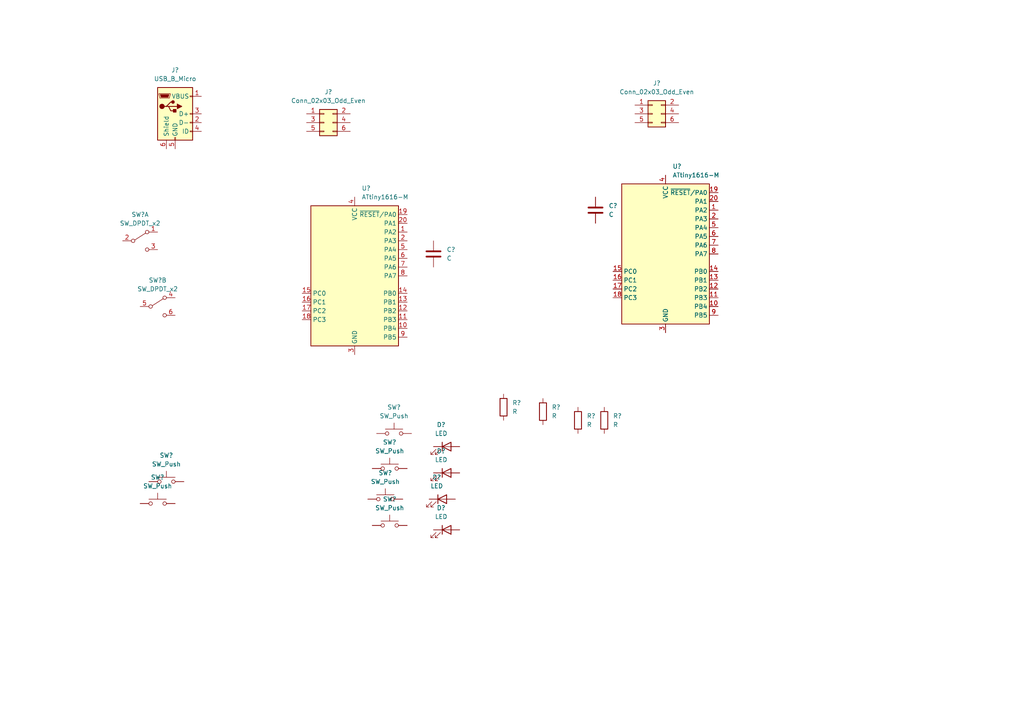
<source format=kicad_sch>
(kicad_sch (version 20211123) (generator eeschema)
  (paper "A4")
  (lib_symbols
    (symbol "Connector:USB_B_Micro" (pin_names (offset 1.016))
      (property "Reference" "J" (at -5.08 11.43 0))
      (property "Value" "USB_B_Micro" (at -5.08 8.89 0))
      (symbol "USB_B_Micro_0_1"
        (rectangle (start -5.08 -7.62) (end 5.08 7.62) (stroke (width 0.254)) (fill (type background)))
        (circle (center -3.81 2.159) (radius 0.635) (stroke (width 0.254)) (fill (type outline)))
        (circle (center -0.635 3.429) (radius 0.381) (stroke (width 0.254)) (fill (type outline)))
        (rectangle (start -0.127 -7.62) (end 0.127 -6.858))
        (polyline (pts (xy -1.905 2.159) (xy 0.635 2.159)) (stroke (width 0.254)))
        (polyline (pts (xy -3.175 2.159) (xy -2.54 2.159) (xy -1.27 3.429) (xy -0.635 3.429)) (stroke (width 0.254)))
        (polyline (pts (xy -2.54 2.159) (xy -1.905 2.159) (xy -1.27 0.889) (xy 0 0.889)) (stroke (width 0.254)))
        (polyline (pts (xy 0.635 2.794) (xy 0.635 1.524) (xy 1.905 2.159) (xy 0.635 2.794)) (stroke (width 0.254)) (fill (type outline)))
        (polyline (pts (xy -4.318 5.588) (xy -1.778 5.588) (xy -2.032 4.826) (xy -4.064 4.826) (xy -4.318 5.588)) (fill (type outline)))
        (polyline (pts (xy -4.699 5.842) (xy -4.699 5.588) (xy -4.445 4.826) (xy -4.445 4.572) (xy -1.651 4.572) (xy -1.651 4.826) (xy -1.397 5.588) (xy -1.397 5.842) (xy -4.699 5.842)))
        (rectangle (start 0.254 1.27) (end -0.508 0.508) (stroke (width 0.254)) (fill (type outline)))
        (rectangle (start 5.08 -5.207) (end 4.318 -4.953))
        (rectangle (start 5.08 -2.667) (end 4.318 -2.413))
        (rectangle (start 5.08 -0.127) (end 4.318 0.127))
        (rectangle (start 5.08 4.953) (end 4.318 5.207))
      )
      (symbol "USB_B_Micro_1_1"
        (pin power_out line (at 7.62 5.08 180) (length 2.54) (name "VBUS") (number "1"))
        (pin bidirectional line (at 7.62 -2.54 180) (length 2.54) (name "D-") (number "2"))
        (pin bidirectional line (at 7.62 0 180) (length 2.54) (name "D+") (number "3"))
        (pin passive line (at 7.62 -5.08 180) (length 2.54) (name "ID") (number "4"))
        (pin power_out line (at 0 -10.16 90) (length 2.54) (name "GND") (number "5"))
        (pin passive line (at -2.54 -10.16 90) (length 2.54) (name "Shield") (number "6"))
      )
    )
    (symbol "Connector_Generic:Conn_02x03_Odd_Even" (pin_names (offset 1.016) hide)
      (property "Reference" "J" (at 1.27 5.08 0))
      (property "Value" "Conn_02x03_Odd_Even" (at 1.27 -5.08 0))
      (symbol "Conn_02x03_Odd_Even_1_1"
        (rectangle (start -1.27 -2.413) (end 0 -2.667) (stroke (width 0.1524)))
        (rectangle (start -1.27 0.127) (end 0 -0.127) (stroke (width 0.1524)))
        (rectangle (start -1.27 2.667) (end 0 2.413) (stroke (width 0.1524)))
        (rectangle (start -1.27 3.81) (end 3.81 -3.81) (stroke (width 0.254)) (fill (type background)))
        (rectangle (start 3.81 -2.413) (end 2.54 -2.667) (stroke (width 0.1524)))
        (rectangle (start 3.81 0.127) (end 2.54 -0.127) (stroke (width 0.1524)))
        (rectangle (start 3.81 2.667) (end 2.54 2.413) (stroke (width 0.1524)))
        (pin passive line (at -5.08 2.54 0) (length 3.81) (name "Pin_1") (number "1"))
        (pin passive line (at 7.62 2.54 180) (length 3.81) (name "Pin_2") (number "2"))
        (pin passive line (at -5.08 0 0) (length 3.81) (name "Pin_3") (number "3"))
        (pin passive line (at 7.62 0 180) (length 3.81) (name "Pin_4") (number "4"))
        (pin passive line (at -5.08 -2.54 0) (length 3.81) (name "Pin_5") (number "5"))
        (pin passive line (at 7.62 -2.54 180) (length 3.81) (name "Pin_6") (number "6"))
      )
    )
    (symbol "Device:C" (pin_numbers hide) (pin_names (offset 0.254))
      (property "Reference" "C" (at 0.635 2.54 0))
      (property "Value" "C" (at 0.635 -2.54 0))
      (symbol "C_0_1"
        (polyline (pts (xy -2.032 -0.762) (xy 2.032 -0.762)) (stroke (width 0.508)))
        (polyline (pts (xy -2.032 0.762) (xy 2.032 0.762)) (stroke (width 0.508)))
      )
      (symbol "C_1_1"
        (pin passive line (at 0 3.81 270) (length 2.794) (name "~") (number "1"))
        (pin passive line (at 0 -3.81 90) (length 2.794) (name "~") (number "2"))
      )
    )
    (symbol "Device:LED" (pin_numbers hide) (pin_names (offset 1.016) hide)
      (property "Reference" "D" (at 0 2.54 0))
      (property "Value" "LED" (at 0 -2.54 0))
      (symbol "LED_0_1"
        (polyline (pts (xy -1.27 -1.27) (xy -1.27 1.27)) (stroke (width 0.254)))
        (polyline (pts (xy -1.27 0) (xy 1.27 0)))
        (polyline (pts (xy 1.27 -1.27) (xy 1.27 1.27) (xy -1.27 0) (xy 1.27 -1.27)) (stroke (width 0.254)))
        (polyline (pts (xy -3.048 -0.762) (xy -4.572 -2.286) (xy -3.81 -2.286) (xy -4.572 -2.286) (xy -4.572 -1.524)))
        (polyline (pts (xy -1.778 -0.762) (xy -3.302 -2.286) (xy -2.54 -2.286) (xy -3.302 -2.286) (xy -3.302 -1.524)))
      )
      (symbol "LED_1_1"
        (pin passive line (at -3.81 0 0) (length 2.54) (name "K") (number "1"))
        (pin passive line (at 3.81 0 180) (length 2.54) (name "A") (number "2"))
      )
    )
    (symbol "Device:R" (pin_numbers hide) (pin_names (offset 0))
      (property "Reference" "R" (at 2.032 0 90))
      (property "Value" "R" (at 0 0 90))
      (symbol "R_0_1"
        (rectangle (start -1.016 -2.54) (end 1.016 2.54) (stroke (width 0.254)))
      )
      (symbol "R_1_1"
        (pin passive line (at 0 3.81 270) (length 1.27) (name "~") (number "1"))
        (pin passive line (at 0 -3.81 90) (length 1.27) (name "~") (number "2"))
      )
    )
    (symbol "MCU_Microchip_ATtiny:ATtiny1616-M"
      (property "Reference" "U" (at -12.7 21.59 0))
      (property "Value" "ATtiny1616-M" (at 2.54 -21.59 0))
      (symbol "ATtiny1616-M_0_1"
        (rectangle (start -12.7 -20.32) (end 12.7 20.32) (stroke (width 0.254)) (fill (type background)))
      )
      (symbol "ATtiny1616-M_1_1"
        (pin bidirectional line (at 15.24 12.7 180) (length 2.54) (name "PA2") (number "1"))
        (pin bidirectional line (at 15.24 -15.24 180) (length 2.54) (name "PB4") (number "10"))
        (pin bidirectional line (at 15.24 -12.7 180) (length 2.54) (name "PB3") (number "11"))
        (pin bidirectional line (at 15.24 -10.16 180) (length 2.54) (name "PB2") (number "12"))
        (pin bidirectional line (at 15.24 -7.62 180) (length 2.54) (name "PB1") (number "13"))
        (pin bidirectional line (at 15.24 -5.08 180) (length 2.54) (name "PB0") (number "14"))
        (pin bidirectional line (at -15.24 -5.08 0) (length 2.54) (name "PC0") (number "15"))
        (pin bidirectional line (at -15.24 -7.62 0) (length 2.54) (name "PC1") (number "16"))
        (pin bidirectional line (at -15.24 -10.16 0) (length 2.54) (name "PC2") (number "17"))
        (pin bidirectional line (at -15.24 -12.7 0) (length 2.54) (name "PC3") (number "18"))
        (pin bidirectional line (at 15.24 17.78 180) (length 2.54) (name "~{RESET}/PA0") (number "19"))
        (pin bidirectional line (at 15.24 10.16 180) (length 2.54) (name "PA3") (number "2"))
        (pin bidirectional line (at 15.24 15.24 180) (length 2.54) (name "PA1") (number "20"))
        (pin passive line (at 0 -22.86 90) (length 2.54) hide (name "GND") (number "21"))
        (pin power_in line (at 0 -22.86 90) (length 2.54) (name "GND") (number "3"))
        (pin power_in line (at 0 22.86 270) (length 2.54) (name "VCC") (number "4"))
        (pin bidirectional line (at 15.24 7.62 180) (length 2.54) (name "PA4") (number "5"))
        (pin bidirectional line (at 15.24 5.08 180) (length 2.54) (name "PA5") (number "6"))
        (pin bidirectional line (at 15.24 2.54 180) (length 2.54) (name "PA6") (number "7"))
        (pin bidirectional line (at 15.24 0 180) (length 2.54) (name "PA7") (number "8"))
        (pin bidirectional line (at 15.24 -17.78 180) (length 2.54) (name "PB5") (number "9"))
      )
    )
    (symbol "Switch:SW_DPDT_x2" (pin_names (offset 0) hide)
      (property "Reference" "SW" (at 0 4.318 0))
      (property "Value" "SW_DPDT_x2" (at 0 -5.08 0))
      (symbol "SW_DPDT_x2_0_0"
        (circle (center -2.032 0) (radius 0.508))
        (circle (center 2.032 -2.54) (radius 0.508))
      )
      (symbol "SW_DPDT_x2_0_1"
        (polyline (pts (xy -1.524 0.254) (xy 1.651 2.286)))
        (circle (center 2.032 2.54) (radius 0.508))
      )
      (symbol "SW_DPDT_x2_1_1"
        (pin passive line (at 5.08 2.54 180) (length 2.54) (name "A") (number "1"))
        (pin passive line (at -5.08 0 0) (length 2.54) (name "B") (number "2"))
        (pin passive line (at 5.08 -2.54 180) (length 2.54) (name "C") (number "3"))
      )
      (symbol "SW_DPDT_x2_2_1"
        (pin passive line (at 5.08 2.54 180) (length 2.54) (name "A") (number "4"))
        (pin passive line (at -5.08 0 0) (length 2.54) (name "B") (number "5"))
        (pin passive line (at 5.08 -2.54 180) (length 2.54) (name "C") (number "6"))
      )
    )
    (symbol "Switch:SW_Push" (pin_numbers hide) (pin_names (offset 1.016) hide)
      (property "Reference" "SW" (at 1.27 2.54 0))
      (property "Value" "SW_Push" (at 0 -1.524 0))
      (symbol "SW_Push_0_1"
        (circle (center -2.032 0) (radius 0.508))
        (polyline (pts (xy 0 1.27) (xy 0 3.048)))
        (polyline (pts (xy 2.54 1.27) (xy -2.54 1.27)))
        (circle (center 2.032 0) (radius 0.508))
        (pin passive line (at -5.08 0 0) (length 2.54) (name "1") (number "1"))
        (pin passive line (at 5.08 0 180) (length 2.54) (name "2") (number "2"))
      )
    )
  )
  (symbol (lib_id "Device:C") (at 125.73 73.66 0) (unit 1)
    (property "Reference" "C?" (at 129.54 72.3899 0) (effects (justify left)))
    (property "Value" "C" (at 129.54 74.9299 0) (effects (justify left)))
  )
  (symbol (lib_id "Device:C") (at 172.72 60.96 0) (unit 1)
    (property "Reference" "C?" (at 176.53 59.6899 0) (effects (justify left)))
    (property "Value" "C" (at 176.53 62.2299 0) (effects (justify left)))
  )
  (symbol (lib_id "Switch:SW_Push") (at 113.03 135.89 0) (unit 1)
    (property "Reference" "SW?" (at 113.03 128.27 0))
    (property "Value" "SW_Push" (at 113.03 130.81 0))
  )
  (symbol (lib_id "Connector_Generic:Conn_02x03_Odd_Even") (at 189.23 33.02 0) (unit 1)
    (property "Reference" "J?" (at 190.5 24.13 0))
    (property "Value" "Conn_02x03_Odd_Even" (at 190.5 26.67 0))
  )
  (symbol (lib_id "Switch:SW_Push") (at 111.76 144.78 0) (unit 1)
    (property "Reference" "SW?" (at 111.76 137.16 0))
    (property "Value" "SW_Push" (at 111.76 139.7 0))
  )
  (symbol (lib_id "MCU_Microchip_ATtiny:ATtiny1616-M") (at 102.87 80.01 0) (unit 1)
    (property "Reference" "U?" (at 104.8894 54.61 0) (effects (justify left)))
    (property "Value" "ATtiny1616-M" (at 104.8894 57.15 0) (effects (justify left)))
    (property "Footprint" "Package_DFN_QFN:VQFN-20-1EP_3x3mm_P0.4mm_EP1.7x1.7mm" (effects hide))
    (property "Datasheet" "http://ww1.microchip.com/downloads/en/DeviceDoc/ATtiny3216_ATtiny1616-data-sheet-40001997B.pdf" (effects hide))
  )
  (symbol (lib_id "Switch:SW_Push") (at 45.72 146.05 0) (unit 1)
    (property "Reference" "SW?" (at 45.72 138.43 0))
    (property "Value" "SW_Push" (at 45.72 140.97 0))
  )
  (symbol (lib_id "Switch:SW_Push") (at 113.03 152.4 0) (unit 1)
    (property "Reference" "SW?" (at 113.03 144.78 0))
    (property "Value" "SW_Push" (at 113.03 147.32 0))
  )
  (symbol (lib_id "Device:LED") (at 128.27 144.78 0) (unit 1)
    (property "Reference" "D?" (at 126.6825 138.43 0))
    (property "Value" "LED" (at 126.6825 140.97 0))
  )
  (symbol (lib_id "Device:LED") (at 129.54 129.54 0) (unit 1)
    (property "Reference" "D?" (at 127.9525 123.19 0))
    (property "Value" "LED" (at 127.9525 125.73 0))
  )
  (symbol (lib_id "Device:R") (at 157.48 119.38 0) (unit 1)
    (property "Reference" "R?" (at 160.02 118.1099 0) (effects (justify left)))
    (property "Value" "R" (at 160.02 120.6499 0) (effects (justify left)))
  )
  (symbol (lib_id "Connector_Generic:Conn_02x03_Odd_Even") (at 93.98 35.56 0) (unit 1)
    (property "Reference" "J?" (at 95.25 26.67 0))
    (property "Value" "Conn_02x03_Odd_Even" (at 95.25 29.21 0))
  )
  (symbol (lib_id "Device:R") (at 146.05 118.11 0) (unit 1)
    (property "Reference" "R?" (at 148.59 116.8399 0) (effects (justify left)))
    (property "Value" "R" (at 148.59 119.3799 0) (effects (justify left)))
  )
  (symbol (lib_id "Device:R") (at 175.26 121.92 0) (unit 1)
    (property "Reference" "R?" (at 177.8 120.6499 0) (effects (justify left)))
    (property "Value" "R" (at 177.8 123.1899 0) (effects (justify left)))
  )
  (symbol (lib_id "Device:R") (at 167.64 121.92 0) (unit 1)
    (property "Reference" "R?" (at 170.18 120.6499 0) (effects (justify left)))
    (property "Value" "R" (at 170.18 123.1899 0) (effects (justify left)))
  )
  (symbol (lib_id "Switch:SW_Push") (at 114.3 125.73 0) (unit 1)
    (property "Reference" "SW?" (at 114.3 118.11 0))
    (property "Value" "SW_Push" (at 114.3 120.65 0))
  )
  (symbol (lib_id "Device:LED") (at 129.54 137.16 0) (unit 1)
    (property "Reference" "D?" (at 127.9525 130.81 0))
    (property "Value" "LED" (at 127.9525 133.35 0))
  )
  (symbol (lib_id "Switch:SW_DPDT_x2") (at 45.72 88.9 0) (unit 2)
    (property "Reference" "SW?" (at 45.72 81.28 0))
    (property "Value" "SW_DPDT_x2" (at 45.72 83.82 0))
  )
  (symbol (lib_id "Switch:SW_DPDT_x2") (at 40.64 69.85 0) (unit 1)
    (property "Reference" "SW?" (at 40.64 62.23 0))
    (property "Value" "SW_DPDT_x2" (at 40.64 64.77 0))
  )
  (symbol (lib_id "Switch:SW_Push") (at 48.26 139.7 0) (unit 1)
    (property "Reference" "SW?" (at 48.26 132.08 0))
    (property "Value" "SW_Push" (at 48.26 134.62 0))
  )
  (symbol (lib_id "Connector:USB_B_Micro") (at 50.8 33.02 0) (unit 1)
    (property "Reference" "J?" (at 50.8 20.32 0))
    (property "Value" "USB_B_Micro" (at 50.8 22.86 0))
  )
  (symbol (lib_id "Device:LED") (at 129.54 153.67 0) (unit 1)
    (property "Reference" "D?" (at 127.9525 147.32 0))
    (property "Value" "LED" (at 127.9525 149.86 0))
  )
  (symbol (lib_id "MCU_Microchip_ATtiny:ATtiny1616-M") (at 193.04 73.66 0) (unit 1)
    (property "Reference" "U?" (at 195.0594 48.26 0) (effects (justify left)))
    (property "Value" "ATtiny1616-M" (at 195.0594 50.8 0) (effects (justify left)))
    (property "Footprint" "Package_DFN_QFN:VQFN-20-1EP_3x3mm_P0.4mm_EP1.7x1.7mm" (effects hide))
    (property "Datasheet" "http://ww1.microchip.com/downloads/en/DeviceDoc/ATtiny3216_ATtiny1616-data-sheet-40001997B.pdf" (effects hide))
  )
)
</source>
